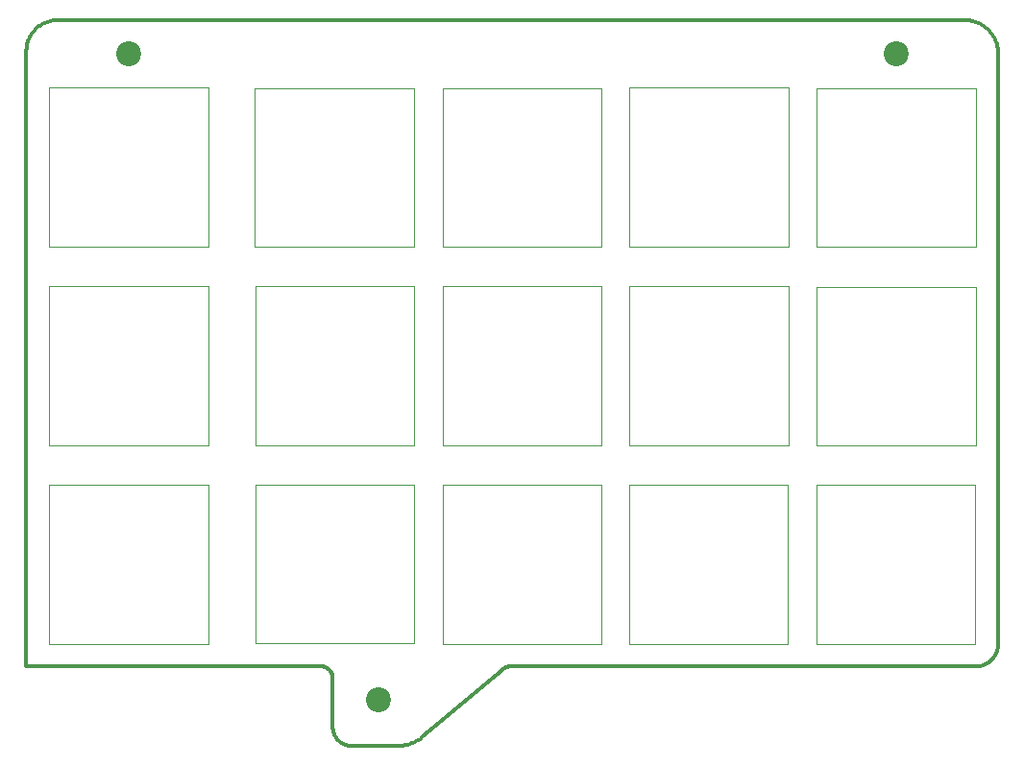
<source format=gbs>
%TF.GenerationSoftware,KiCad,Pcbnew,(6.0.6)*%
%TF.CreationDate,2022-09-19T19:52:02+09:00*%
%TF.ProjectId,split-mini_top__1,73706c69-742d-46d6-996e-695f746f705f,rev?*%
%TF.SameCoordinates,Original*%
%TF.FileFunction,Soldermask,Bot*%
%TF.FilePolarity,Negative*%
%FSLAX46Y46*%
G04 Gerber Fmt 4.6, Leading zero omitted, Abs format (unit mm)*
G04 Created by KiCad (PCBNEW (6.0.6)) date 2022-09-19 19:52:02*
%MOMM*%
%LPD*%
G01*
G04 APERTURE LIST*
%TA.AperFunction,Profile*%
%ADD10C,0.349999*%
%TD*%
%TA.AperFunction,Profile*%
%ADD11C,0.120000*%
%TD*%
%ADD12C,2.200000*%
G04 APERTURE END LIST*
D10*
X106588712Y-23174091D02*
X106620048Y-23313056D01*
X106550684Y-23037060D02*
X106588712Y-23174091D01*
X106676490Y-75980373D02*
X106676460Y-75198215D01*
X106676490Y-75980373D02*
X106676490Y-75980373D01*
X106673900Y-76082711D02*
X106676490Y-75980373D01*
X106666217Y-76183706D02*
X106673900Y-76082711D01*
X106653568Y-76283232D02*
X106666217Y-76183706D01*
X106636076Y-76381165D02*
X106653568Y-76283232D01*
X106613868Y-76477379D02*
X106636076Y-76381165D01*
X106587067Y-76571750D02*
X106613868Y-76477379D01*
X106555799Y-76664152D02*
X106587067Y-76571750D01*
X106520189Y-76754462D02*
X106555799Y-76664152D01*
X106480362Y-76842553D02*
X106520189Y-76754462D01*
X106436442Y-76928301D02*
X106480362Y-76842553D01*
X106388555Y-77011580D02*
X106436442Y-76928301D01*
X106336825Y-77092267D02*
X106388555Y-77011580D01*
X106281378Y-77170236D02*
X106336825Y-77092267D01*
X106222339Y-77245362D02*
X106281378Y-77170236D01*
X106159832Y-77317520D02*
X106222339Y-77245362D01*
X106093982Y-77386585D02*
X106159832Y-77317520D01*
X106024915Y-77452432D02*
X106093982Y-77386585D01*
X105952755Y-77514937D02*
X106024915Y-77452432D01*
X105877627Y-77573974D02*
X105952755Y-77514937D01*
X105799656Y-77629418D02*
X105877627Y-77573974D01*
X105718968Y-77681145D02*
X105799656Y-77629418D01*
X105635686Y-77729029D02*
X105718968Y-77681145D01*
X105549937Y-77772945D02*
X105635686Y-77729029D01*
X105461844Y-77812769D02*
X105549937Y-77772945D01*
X105371534Y-77848376D02*
X105461844Y-77812769D01*
X105279130Y-77879640D02*
X105371534Y-77848376D01*
X105184759Y-77906437D02*
X105279130Y-77879640D01*
X105088544Y-77928642D02*
X105184759Y-77906437D01*
X104990611Y-77946130D02*
X105088544Y-77928642D01*
X104891084Y-77958775D02*
X104990611Y-77946130D01*
X104790089Y-77966454D02*
X104891084Y-77958775D01*
X104687751Y-77969040D02*
X104790089Y-77966454D01*
X104687751Y-77969040D02*
X104687751Y-77969040D01*
X63738792Y-77969074D02*
X104687751Y-77969040D01*
X63738792Y-77969074D02*
X63738792Y-77969074D01*
X63684204Y-77970280D02*
X63738792Y-77969074D01*
X63629912Y-77973889D02*
X63684204Y-77970280D01*
X63575990Y-77979873D02*
X63629912Y-77973889D01*
X63522511Y-77988206D02*
X63575990Y-77979873D01*
X63469550Y-77998861D02*
X63522511Y-77988206D01*
X63417179Y-78011810D02*
X63469550Y-77998861D01*
X63365474Y-78027026D02*
X63417179Y-78011810D01*
X63314507Y-78044482D02*
X63365474Y-78027026D01*
X63264353Y-78064151D02*
X63314507Y-78044482D01*
X63215085Y-78086006D02*
X63264353Y-78064151D01*
X63166777Y-78110020D02*
X63215085Y-78086006D01*
X63119504Y-78136166D02*
X63166777Y-78110020D01*
X63073337Y-78164416D02*
X63119504Y-78136166D01*
X63028352Y-78194744D02*
X63073337Y-78164416D01*
X62984623Y-78227122D02*
X63028352Y-78194744D01*
X62942222Y-78261524D02*
X62984623Y-78227122D01*
X62942222Y-78261524D02*
X62942222Y-78261524D01*
X55995387Y-84158474D02*
X62942222Y-78261524D01*
X55995387Y-84158474D02*
X55995387Y-84158474D01*
X55877891Y-84253813D02*
X55995387Y-84158474D01*
X55756712Y-84343545D02*
X55877891Y-84253813D01*
X55632055Y-84427595D02*
X55756712Y-84343545D01*
X55504124Y-84505888D02*
X55632055Y-84427595D01*
X55373124Y-84578349D02*
X55504124Y-84505888D01*
X55239258Y-84644903D02*
X55373124Y-84578349D01*
X55102732Y-84705475D02*
X55239258Y-84644903D01*
X54963750Y-84759990D02*
X55102732Y-84705475D01*
X54822516Y-84808372D02*
X54963750Y-84759990D01*
X54679235Y-84850547D02*
X54822516Y-84808372D01*
X54534110Y-84886439D02*
X54679235Y-84850547D01*
X54387347Y-84915974D02*
X54534110Y-84886439D01*
X54239150Y-84939076D02*
X54387347Y-84915974D01*
X54089723Y-84955670D02*
X54239150Y-84939076D01*
X53939271Y-84965682D02*
X54089723Y-84955670D01*
X53787998Y-84969036D02*
X53939271Y-84965682D01*
X53787998Y-84969036D02*
X53787998Y-84969036D01*
X49678930Y-84969074D02*
X53787998Y-84969036D01*
X49678930Y-84969074D02*
X49678930Y-84969074D01*
X49596988Y-84967043D02*
X49678930Y-84969074D01*
X49515603Y-84960988D02*
X49596988Y-84967043D01*
X49434910Y-84950965D02*
X49515603Y-84960988D01*
X49355044Y-84937030D02*
X49434910Y-84950965D01*
X49276141Y-84919238D02*
X49355044Y-84937030D01*
X49198336Y-84897647D02*
X49276141Y-84919238D01*
X49121764Y-84872313D02*
X49198336Y-84897647D01*
X49046561Y-84843290D02*
X49121764Y-84872313D01*
X48972862Y-84810636D02*
X49046561Y-84843290D01*
X48900803Y-84774407D02*
X48972862Y-84810636D01*
X48830519Y-84734658D02*
X48900803Y-84774407D01*
X48762145Y-84691446D02*
X48830519Y-84734658D01*
X48695818Y-84644827D02*
X48762145Y-84691446D01*
X48631672Y-84594857D02*
X48695818Y-84644827D01*
X48569842Y-84541592D02*
X48631672Y-84594857D01*
X48510465Y-84485088D02*
X48569842Y-84541592D01*
X48510465Y-84485088D02*
X48510465Y-84485088D01*
X48453960Y-84425711D02*
X48510465Y-84485088D01*
X48400693Y-84363881D02*
X48453960Y-84425711D01*
X48350722Y-84299735D02*
X48400693Y-84363881D01*
X48304101Y-84233407D02*
X48350722Y-84299735D01*
X48260888Y-84165033D02*
X48304101Y-84233407D01*
X48221138Y-84094747D02*
X48260888Y-84165033D01*
X48184908Y-84022687D02*
X48221138Y-84094747D01*
X48152252Y-83948986D02*
X48184908Y-84022687D01*
X48123229Y-83873781D02*
X48152252Y-83948986D01*
X48097893Y-83797207D02*
X48123229Y-83873781D01*
X48076301Y-83719398D02*
X48097893Y-83797207D01*
X48058510Y-83640491D02*
X48076301Y-83719398D01*
X48044574Y-83560621D02*
X48058510Y-83640491D01*
X48034550Y-83479923D02*
X48044574Y-83560621D01*
X48028495Y-83398533D02*
X48034550Y-83479923D01*
X48026464Y-83316585D02*
X48028495Y-83398533D01*
X48026464Y-83316585D02*
X48026464Y-83316585D01*
X48026494Y-78995773D02*
X48026464Y-83316585D01*
X48026494Y-78995773D02*
X48026494Y-78995773D01*
X48025232Y-78944859D02*
X48026494Y-78995773D01*
X48021470Y-78894291D02*
X48025232Y-78944859D01*
X48015242Y-78844153D02*
X48021470Y-78894291D01*
X48006583Y-78794529D02*
X48015242Y-78844153D01*
X47995528Y-78745503D02*
X48006583Y-78794529D01*
X47982112Y-78697159D02*
X47995528Y-78745503D01*
X47966370Y-78649581D02*
X47982112Y-78697159D01*
X47948336Y-78602854D02*
X47966370Y-78649581D01*
X47928046Y-78557062D02*
X47948336Y-78602854D01*
X47905534Y-78512288D02*
X47928046Y-78557062D01*
X47880835Y-78468618D02*
X47905534Y-78512288D01*
X47853984Y-78426135D02*
X47880835Y-78468618D01*
X47825016Y-78384923D02*
X47853984Y-78426135D01*
X47793966Y-78345066D02*
X47825016Y-78384923D01*
X47760869Y-78306649D02*
X47793966Y-78345066D01*
X47725759Y-78269756D02*
X47760869Y-78306649D01*
X47725759Y-78269756D02*
X47725759Y-78269756D01*
X47688864Y-78234648D02*
X47725759Y-78269756D01*
X47650446Y-78201551D02*
X47688864Y-78234648D01*
X47610588Y-78170503D02*
X47650446Y-78201551D01*
X47569375Y-78141536D02*
X47610588Y-78170503D01*
X47526890Y-78114686D02*
X47569375Y-78141536D01*
X47483219Y-78089989D02*
X47526890Y-78114686D01*
X47438444Y-78067478D02*
X47483219Y-78089989D01*
X47392651Y-78047189D02*
X47438444Y-78067478D01*
X47345923Y-78029156D02*
X47392651Y-78047189D01*
X47298345Y-78013415D02*
X47345923Y-78029156D01*
X47250000Y-78000000D02*
X47298345Y-78013415D01*
X47200974Y-77988946D02*
X47250000Y-78000000D01*
X47151350Y-77980288D02*
X47200974Y-77988946D01*
X47101211Y-77974061D02*
X47151350Y-77980288D01*
X47050644Y-77970300D02*
X47101211Y-77974061D01*
X46999730Y-77969040D02*
X47050644Y-77970300D01*
X46999730Y-77969040D02*
X46999730Y-77969040D01*
X32022421Y-77969040D02*
X46999730Y-77969040D01*
X106676490Y-23883483D02*
X106676460Y-75198215D01*
X106676490Y-23883483D02*
X106676490Y-23883483D01*
X106672912Y-23739168D02*
X106676490Y-23883483D01*
X106662246Y-23595833D02*
X106672912Y-23739168D01*
X106644592Y-23453717D02*
X106662246Y-23595833D01*
X106620048Y-23313056D02*
X106644592Y-23453717D01*
X106506063Y-22902201D02*
X106550684Y-23037060D01*
X106454947Y-22769752D02*
X106506063Y-22902201D01*
X106397435Y-22639953D02*
X106454947Y-22769752D01*
X106333626Y-22513042D02*
X106397435Y-22639953D01*
X106263618Y-22389258D02*
X106333626Y-22513042D01*
X106187512Y-22268838D02*
X106263618Y-22389258D01*
X106105404Y-22152022D02*
X106187512Y-22268838D01*
X106017395Y-22039047D02*
X106105404Y-22152022D01*
X105923582Y-21930154D02*
X106017395Y-22039047D01*
X105824066Y-21825579D02*
X105923582Y-21930154D01*
X105824066Y-21825579D02*
X105824066Y-21825579D01*
X105719490Y-21726063D02*
X105824066Y-21825579D01*
X105610596Y-21632252D02*
X105719490Y-21726063D01*
X105497621Y-21544243D02*
X105610596Y-21632252D01*
X105380804Y-21462137D02*
X105497621Y-21544243D01*
X105260384Y-21386031D02*
X105380804Y-21462137D01*
X105136598Y-21316025D02*
X105260384Y-21386031D01*
X105009686Y-21252217D02*
X105136598Y-21316025D01*
X104879886Y-21194707D02*
X105009686Y-21252217D01*
X104747437Y-21143592D02*
X104879886Y-21194707D01*
X104612577Y-21098973D02*
X104747437Y-21143592D01*
X104475545Y-21060947D02*
X104612577Y-21098973D01*
X104336579Y-21029613D02*
X104475545Y-21060947D01*
X104195918Y-21005071D02*
X104336579Y-21029613D01*
X104053801Y-20987419D02*
X104195918Y-21005071D01*
X103910465Y-20976755D02*
X104053801Y-20987419D01*
X103766151Y-20973180D02*
X103910465Y-20976755D01*
X103766151Y-20973180D02*
X103766151Y-20973180D01*
X23744193Y-20973183D02*
X103766151Y-20973180D01*
X23744193Y-20973183D02*
X23744193Y-20973183D01*
X23604334Y-20976740D02*
X23744193Y-20973183D01*
X23466311Y-20987255D02*
X23604334Y-20976740D01*
X23330296Y-21004558D02*
X23466311Y-20987255D01*
X23196458Y-21028477D02*
X23330296Y-21004558D01*
X23064970Y-21058842D02*
X23196458Y-21028477D01*
X22936001Y-21095482D02*
X23064970Y-21058842D01*
X22809722Y-21138226D02*
X22936001Y-21095482D01*
X22686304Y-21186904D02*
X22809722Y-21138226D01*
X22565918Y-21241345D02*
X22686304Y-21186904D01*
X22448735Y-21301378D02*
X22565918Y-21241345D01*
X22334925Y-21366832D02*
X22448735Y-21301378D01*
X22224658Y-21437537D02*
X22334925Y-21366832D01*
X22118106Y-21513322D02*
X22224658Y-21437537D01*
X22015440Y-21594016D02*
X22118106Y-21513322D01*
X21916830Y-21679448D02*
X22015440Y-21594016D01*
X21822446Y-21769448D02*
X21916830Y-21679448D01*
X21732460Y-21863845D02*
X21822446Y-21769448D01*
X21647042Y-21962468D02*
X21732460Y-21863845D01*
X21566363Y-22065146D02*
X21647042Y-21962468D01*
X21490594Y-22171709D02*
X21566363Y-22065146D01*
X21419906Y-22281985D02*
X21490594Y-22171709D01*
X21354468Y-22395805D02*
X21419906Y-22281985D01*
X21294452Y-22512997D02*
X21354468Y-22395805D01*
X21240029Y-22633391D02*
X21294452Y-22512997D01*
X21191370Y-22756816D02*
X21240029Y-22633391D01*
X21148644Y-22883101D02*
X21191370Y-22756816D01*
X21112023Y-23012075D02*
X21148644Y-22883101D01*
X21081678Y-23143568D02*
X21112023Y-23012075D01*
X21057778Y-23277408D02*
X21081678Y-23143568D01*
X21040496Y-23413426D02*
X21057778Y-23277408D01*
X21026466Y-23691310D02*
X21040496Y-23413426D01*
X21026466Y-23691310D02*
X21026466Y-23691310D01*
X21026466Y-77969040D02*
X21026466Y-23691310D01*
X21026466Y-77969040D02*
X21026466Y-77969040D01*
X32022421Y-77969040D02*
X21026466Y-77969040D01*
D11*
%TO.C,SW6*%
X23040000Y-44460000D02*
X23040000Y-58460000D01*
X23040000Y-58460000D02*
X37040000Y-58460000D01*
X37040000Y-44460000D02*
X23040000Y-44460000D01*
X37040000Y-58460000D02*
X37040000Y-44460000D01*
%TO.C,SW11*%
X37050000Y-61960000D02*
X23050000Y-61960000D01*
X23050000Y-61960000D02*
X23050000Y-75960000D01*
X37050000Y-75960000D02*
X37050000Y-61960000D01*
X23050000Y-75960000D02*
X37050000Y-75960000D01*
%TO.C,SW9*%
X74170000Y-44460000D02*
X74170000Y-58460000D01*
X88170000Y-58460000D02*
X88170000Y-44460000D01*
X88170000Y-44460000D02*
X74170000Y-44460000D01*
X74170000Y-58460000D02*
X88170000Y-58460000D01*
%TO.C,SW3*%
X57710000Y-40950000D02*
X71710000Y-40950000D01*
X71710000Y-40950000D02*
X71710000Y-26950000D01*
X71710000Y-26950000D02*
X57710000Y-26950000D01*
X57710000Y-26950000D02*
X57710000Y-40950000D01*
%TO.C,SW5*%
X90690000Y-40960000D02*
X104690000Y-40960000D01*
X90690000Y-26960000D02*
X90690000Y-40960000D01*
X104690000Y-40960000D02*
X104690000Y-26960000D01*
X104690000Y-26960000D02*
X90690000Y-26960000D01*
%TO.C,SW15*%
X90670000Y-75960000D02*
X104670000Y-75960000D01*
X104670000Y-75960000D02*
X104670000Y-61960000D01*
X90670000Y-61960000D02*
X90670000Y-75960000D01*
X104670000Y-61960000D02*
X90670000Y-61960000D01*
%TO.C,SW7*%
X55180000Y-58450000D02*
X55180000Y-44450000D01*
X41180000Y-44450000D02*
X41180000Y-58450000D01*
X41180000Y-58450000D02*
X55180000Y-58450000D01*
X55180000Y-44450000D02*
X41180000Y-44450000D01*
%TO.C,SW8*%
X57710000Y-44460000D02*
X57710000Y-58460000D01*
X71710000Y-44460000D02*
X57710000Y-44460000D01*
X57710000Y-58460000D02*
X71710000Y-58460000D01*
X71710000Y-58460000D02*
X71710000Y-44460000D01*
%TO.C,SW10*%
X90680000Y-44470000D02*
X90680000Y-58470000D01*
X104680000Y-58470000D02*
X104680000Y-44470000D01*
X90680000Y-58470000D02*
X104680000Y-58470000D01*
X104680000Y-44470000D02*
X90680000Y-44470000D01*
%TO.C,SW2*%
X41170000Y-40950000D02*
X55170000Y-40950000D01*
X55170000Y-40950000D02*
X55170000Y-26950000D01*
X41170000Y-26950000D02*
X41170000Y-40950000D01*
X55170000Y-26950000D02*
X41170000Y-26950000D01*
%TO.C,SW13*%
X71740000Y-75980000D02*
X71740000Y-61980000D01*
X57740000Y-61980000D02*
X57740000Y-75980000D01*
X71740000Y-61980000D02*
X57740000Y-61980000D01*
X57740000Y-75980000D02*
X71740000Y-75980000D01*
%TO.C,SW12*%
X41180000Y-61940000D02*
X41180000Y-75940000D01*
X41180000Y-75940000D02*
X55180000Y-75940000D01*
X55180000Y-75940000D02*
X55180000Y-61940000D01*
X55180000Y-61940000D02*
X41180000Y-61940000D01*
%TO.C,SW14*%
X74160000Y-75960000D02*
X88160000Y-75960000D01*
X88160000Y-61960000D02*
X74160000Y-61960000D01*
X88160000Y-75960000D02*
X88160000Y-61960000D01*
X74160000Y-61960000D02*
X74160000Y-75960000D01*
%TO.C,SW1*%
X23040000Y-26930000D02*
X23040000Y-40930000D01*
X37040000Y-26930000D02*
X23040000Y-26930000D01*
X23040000Y-40930000D02*
X37040000Y-40930000D01*
X37040000Y-40930000D02*
X37040000Y-26930000D01*
%TO.C,SW4*%
X74180000Y-40930000D02*
X88180000Y-40930000D01*
X74180000Y-26930000D02*
X74180000Y-40930000D01*
X88180000Y-40930000D02*
X88180000Y-26930000D01*
X88180000Y-26930000D02*
X74180000Y-26930000D01*
%TD*%
D12*
%TO.C,HOLE3*%
X52020000Y-80950000D03*
%TD*%
%TO.C,HOLE2*%
X97680000Y-23950000D03*
%TD*%
%TO.C,HOLE1*%
X30040000Y-23950000D03*
%TD*%
M02*

</source>
